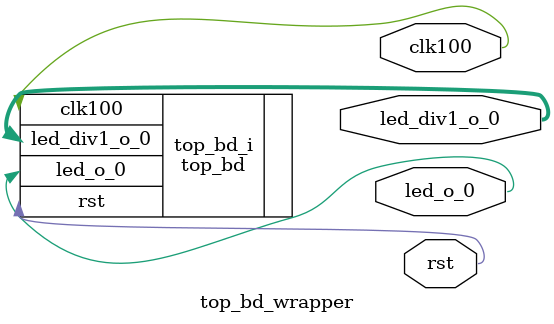
<source format=v>
`timescale 1 ps / 1 ps

module top_bd_wrapper
   (clk100,
    led_div1_o_0,
    led_o_0,
    rst);
  output clk100;
  output [4:0]led_div1_o_0;
  output led_o_0;
  output [0:0]rst;

  wire clk100;
  wire [4:0]led_div1_o_0;
  wire led_o_0;
  wire [0:0]rst;

  top_bd top_bd_i
       (.clk100(clk100),
        .led_div1_o_0(led_div1_o_0),
        .led_o_0(led_o_0),
        .rst(rst));
endmodule

</source>
